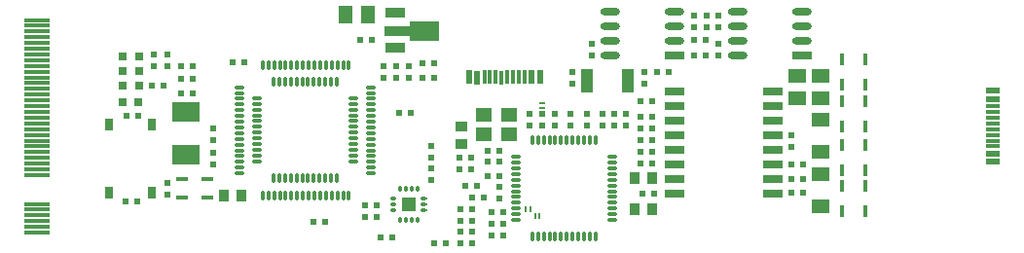
<source format=gtp>
G04*
G04 #@! TF.GenerationSoftware,Altium Limited,Altium Designer,18.1.7 (191)*
G04*
G04 Layer_Color=8421504*
%FSLAX44Y44*%
%MOMM*%
G71*
G01*
G75*
%ADD15R,0.6000X0.6000*%
%ADD16R,0.6000X0.6000*%
%ADD17R,1.1000X2.0000*%
%ADD18R,1.7000X0.6500*%
%ADD19O,1.7000X0.6500*%
%ADD20R,1.1500X0.6000*%
%ADD21R,1.1500X0.3000*%
%ADD22R,2.6000X1.7000*%
%ADD23R,1.7000X0.9000*%
%ADD24R,2.5000X0.9000*%
%ADD25R,0.4500X1.0000*%
%ADD26R,0.8000X0.8000*%
%ADD27R,1.0000X0.4500*%
%ADD28R,1.5000X1.2000*%
%ADD29R,0.9300X0.9800*%
%ADD30R,0.2000X0.6000*%
%ADD31R,0.2800X0.2800*%
%ADD32O,0.2800X0.6600*%
%ADD33O,0.6600X0.2800*%
%ADD34R,1.2500X1.2500*%
%ADD35R,1.3000X1.5000*%
%ADD36R,1.5000X1.3000*%
%ADD37R,2.2500X0.3500*%
%ADD38R,0.6000X1.1500*%
%ADD39R,0.3000X1.1500*%
%ADD40R,0.7000X1.1000*%
G04:AMPARAMS|DCode=41|XSize=0.3mm|YSize=0.8mm|CornerRadius=0.075mm|HoleSize=0mm|Usage=FLASHONLY|Rotation=180.000|XOffset=0mm|YOffset=0mm|HoleType=Round|Shape=RoundedRectangle|*
%AMROUNDEDRECTD41*
21,1,0.3000,0.6500,0,0,180.0*
21,1,0.1500,0.8000,0,0,180.0*
1,1,0.1500,-0.0750,0.3250*
1,1,0.1500,0.0750,0.3250*
1,1,0.1500,0.0750,-0.3250*
1,1,0.1500,-0.0750,-0.3250*
%
%ADD41ROUNDEDRECTD41*%
G04:AMPARAMS|DCode=42|XSize=0.3mm|YSize=0.8mm|CornerRadius=0.075mm|HoleSize=0mm|Usage=FLASHONLY|Rotation=90.000|XOffset=0mm|YOffset=0mm|HoleType=Round|Shape=RoundedRectangle|*
%AMROUNDEDRECTD42*
21,1,0.3000,0.6500,0,0,90.0*
21,1,0.1500,0.8000,0,0,90.0*
1,1,0.1500,0.3250,0.0750*
1,1,0.1500,0.3250,-0.0750*
1,1,0.1500,-0.3250,-0.0750*
1,1,0.1500,-0.3250,0.0750*
%
%ADD42ROUNDEDRECTD42*%
%ADD43R,2.4000X1.7000*%
%ADD44R,0.9800X0.9300*%
%ADD45R,0.6000X0.2000*%
%ADD46R,1.4000X1.2000*%
%ADD47R,1.6700X0.7600*%
D15*
X559080Y313000D02*
D03*
X548920D02*
D03*
X575920Y300000D02*
D03*
X586080D02*
D03*
X559080Y293000D02*
D03*
X548920D02*
D03*
X559080Y323000D02*
D03*
X548920D02*
D03*
X559080Y303000D02*
D03*
X548920D02*
D03*
X719920Y442000D02*
D03*
X730080D02*
D03*
X762920Y481000D02*
D03*
X773080D02*
D03*
X762920Y491000D02*
D03*
X773080D02*
D03*
X762080Y457000D02*
D03*
X751920D02*
D03*
X762080Y470000D02*
D03*
X751920D02*
D03*
X526080Y450000D02*
D03*
X515920D02*
D03*
X495920Y407000D02*
D03*
X506080D02*
D03*
X569080Y333000D02*
D03*
X558920D02*
D03*
X258420Y404000D02*
D03*
X268580D02*
D03*
X461920Y470000D02*
D03*
X472080D02*
D03*
X476080Y326000D02*
D03*
X465920D02*
D03*
X350920Y451000D02*
D03*
X361080D02*
D03*
X476080Y316000D02*
D03*
X465920D02*
D03*
X316080Y436000D02*
D03*
X305920D02*
D03*
Y424000D02*
D03*
X316080D02*
D03*
Y447000D02*
D03*
X305920D02*
D03*
X536080Y293000D02*
D03*
X525920D02*
D03*
X490080Y298000D02*
D03*
X479920D02*
D03*
X280920Y430000D02*
D03*
X291080D02*
D03*
X257920Y330000D02*
D03*
X268080D02*
D03*
X515920Y437000D02*
D03*
X526080D02*
D03*
X431080Y312000D02*
D03*
X420920D02*
D03*
X586080Y310000D02*
D03*
X575920D02*
D03*
X836920Y362000D02*
D03*
X847080D02*
D03*
X836920Y337000D02*
D03*
X847080D02*
D03*
X836920Y349000D02*
D03*
X847080D02*
D03*
X705920Y393000D02*
D03*
X716080D02*
D03*
X705920Y417000D02*
D03*
X716080D02*
D03*
X705920Y383000D02*
D03*
X716080D02*
D03*
X586080Y320000D02*
D03*
X575920D02*
D03*
X572920Y374000D02*
D03*
X583080D02*
D03*
X572920Y364000D02*
D03*
X583080D02*
D03*
X705920Y373000D02*
D03*
X716080D02*
D03*
X717080Y336000D02*
D03*
X706920D02*
D03*
X716080Y363000D02*
D03*
X705920D02*
D03*
X716080Y403000D02*
D03*
X705920D02*
D03*
X563080Y343000D02*
D03*
X552920D02*
D03*
X583080Y352000D02*
D03*
X572920D02*
D03*
D16*
X752000Y491080D02*
D03*
Y480920D02*
D03*
X709000Y442080D02*
D03*
Y431920D02*
D03*
X663000Y467080D02*
D03*
Y456920D02*
D03*
X773000D02*
D03*
Y467080D02*
D03*
X646000Y442080D02*
D03*
Y431920D02*
D03*
X294000Y335920D02*
D03*
Y346080D02*
D03*
X524000Y378080D02*
D03*
Y367920D02*
D03*
X334000Y361920D02*
D03*
Y372080D02*
D03*
X482000Y447080D02*
D03*
Y436920D02*
D03*
X548000Y357920D02*
D03*
Y368080D02*
D03*
X504000Y447080D02*
D03*
Y436920D02*
D03*
X294000Y446920D02*
D03*
Y457080D02*
D03*
X282000Y446920D02*
D03*
Y457080D02*
D03*
X493000Y447080D02*
D03*
Y436920D02*
D03*
X334000Y382920D02*
D03*
Y393080D02*
D03*
X524000Y347920D02*
D03*
Y358080D02*
D03*
X837000Y387080D02*
D03*
Y376920D02*
D03*
X583000Y331920D02*
D03*
Y342080D02*
D03*
X693000Y395920D02*
D03*
Y406080D02*
D03*
X558000Y357920D02*
D03*
Y368080D02*
D03*
X609000Y395920D02*
D03*
Y406080D02*
D03*
X620000Y395920D02*
D03*
Y406080D02*
D03*
X631000D02*
D03*
Y395920D02*
D03*
X645000D02*
D03*
Y406080D02*
D03*
X659000Y395920D02*
D03*
Y406080D02*
D03*
X673000Y396000D02*
D03*
Y406160D02*
D03*
X683000Y395920D02*
D03*
Y406080D02*
D03*
D17*
X695000Y435000D02*
D03*
X659000D02*
D03*
D18*
X846000Y456900D02*
D03*
X735000Y457000D02*
D03*
D19*
X846000Y469600D02*
D03*
Y482300D02*
D03*
Y495000D02*
D03*
X790000Y456900D02*
D03*
Y469600D02*
D03*
Y482300D02*
D03*
Y495000D02*
D03*
X735000Y469700D02*
D03*
Y482400D02*
D03*
Y495100D02*
D03*
X679000Y457000D02*
D03*
Y469700D02*
D03*
Y482400D02*
D03*
Y495100D02*
D03*
D20*
X1012030Y364000D02*
D03*
Y371500D02*
D03*
X1012000Y418500D02*
D03*
X1012030Y426000D02*
D03*
D21*
Y377500D02*
D03*
Y382500D02*
D03*
Y387500D02*
D03*
Y392500D02*
D03*
X1012000Y397500D02*
D03*
X1012030Y402500D02*
D03*
Y407500D02*
D03*
Y412500D02*
D03*
D22*
X518000Y478000D02*
D03*
D23*
X492000Y463000D02*
D03*
Y494000D02*
D03*
D24*
X496000Y478000D02*
D03*
D25*
X881000Y379000D02*
D03*
Y357000D02*
D03*
X901000Y379000D02*
D03*
Y357000D02*
D03*
Y343000D02*
D03*
Y321000D02*
D03*
X881000Y343000D02*
D03*
Y321000D02*
D03*
X901000Y431000D02*
D03*
Y453000D02*
D03*
X881000Y431000D02*
D03*
Y453000D02*
D03*
X901000Y395000D02*
D03*
Y417000D02*
D03*
X881000Y395000D02*
D03*
Y417000D02*
D03*
D26*
X269000Y416000D02*
D03*
X255000D02*
D03*
X269300Y430000D02*
D03*
X255300D02*
D03*
X269300Y443000D02*
D03*
X255300D02*
D03*
X269300Y456000D02*
D03*
X255300D02*
D03*
D27*
X306500Y349500D02*
D03*
X328500D02*
D03*
X306500Y333000D02*
D03*
X328500D02*
D03*
D28*
X862000Y400954D02*
D03*
Y373046D02*
D03*
Y325046D02*
D03*
Y352954D02*
D03*
D29*
X700300Y350000D02*
D03*
X715700D02*
D03*
X700300Y323000D02*
D03*
X715700D02*
D03*
X343300Y335000D02*
D03*
X358700D02*
D03*
D30*
X610000Y323000D02*
D03*
X606000D02*
D03*
X618000Y317000D02*
D03*
X614000D02*
D03*
D31*
X496500Y342150D02*
D03*
X501500D02*
D03*
X506500D02*
D03*
X511500D02*
D03*
X519150Y332214D02*
D03*
Y327214D02*
D03*
Y322214D02*
D03*
X511500Y311850D02*
D03*
X506500D02*
D03*
X501500D02*
D03*
X496500D02*
D03*
X488850Y321960D02*
D03*
Y326960D02*
D03*
Y331960D02*
D03*
D32*
X496500Y340250D02*
D03*
X501500D02*
D03*
X506500D02*
D03*
X511500D02*
D03*
Y313750D02*
D03*
X506500D02*
D03*
X501500D02*
D03*
X496500D02*
D03*
D33*
X517250Y332214D02*
D03*
Y327214D02*
D03*
Y322214D02*
D03*
X490750Y321960D02*
D03*
Y326960D02*
D03*
Y331960D02*
D03*
D34*
X504000Y327000D02*
D03*
D35*
X449500Y492000D02*
D03*
X468500D02*
D03*
D36*
X842000Y438500D02*
D03*
Y419500D02*
D03*
X862000Y438500D02*
D03*
Y419500D02*
D03*
D37*
X181000Y457500D02*
D03*
Y452500D02*
D03*
Y447500D02*
D03*
Y442500D02*
D03*
Y302500D02*
D03*
Y307500D02*
D03*
Y312500D02*
D03*
Y317500D02*
D03*
Y322500D02*
D03*
Y327500D02*
D03*
Y352500D02*
D03*
Y357500D02*
D03*
Y362500D02*
D03*
Y367500D02*
D03*
Y372500D02*
D03*
Y377500D02*
D03*
Y382500D02*
D03*
Y387500D02*
D03*
Y392500D02*
D03*
Y397500D02*
D03*
Y402500D02*
D03*
Y407500D02*
D03*
Y412500D02*
D03*
Y417500D02*
D03*
Y422500D02*
D03*
Y427500D02*
D03*
Y432500D02*
D03*
Y437500D02*
D03*
Y462500D02*
D03*
Y487500D02*
D03*
Y482500D02*
D03*
Y477500D02*
D03*
Y472500D02*
D03*
Y467500D02*
D03*
D38*
X618300Y437600D02*
D03*
X610800D02*
D03*
X563800Y437570D02*
D03*
X556300Y437600D02*
D03*
D39*
X604800D02*
D03*
X599800D02*
D03*
X594800D02*
D03*
X589800D02*
D03*
X584800Y437570D02*
D03*
X579800Y437600D02*
D03*
X574800D02*
D03*
X569800D02*
D03*
D40*
X280500Y337500D02*
D03*
Y396500D02*
D03*
X243500D02*
D03*
Y337500D02*
D03*
D41*
X452000Y448500D02*
D03*
X447000D02*
D03*
X442000D02*
D03*
X437000D02*
D03*
X432000D02*
D03*
X427000D02*
D03*
X422000D02*
D03*
X417000D02*
D03*
X412000D02*
D03*
X407000D02*
D03*
X402000D02*
D03*
X397000D02*
D03*
X392000D02*
D03*
X387000D02*
D03*
X382000D02*
D03*
X377000D02*
D03*
X452000Y334500D02*
D03*
X447000D02*
D03*
X442000D02*
D03*
X437000D02*
D03*
X432000D02*
D03*
X427000D02*
D03*
X422000D02*
D03*
X417000D02*
D03*
X412000D02*
D03*
X407000D02*
D03*
X402000D02*
D03*
X397000D02*
D03*
X392000D02*
D03*
X387000D02*
D03*
X382000D02*
D03*
X377000D02*
D03*
X386500Y350250D02*
D03*
X391500D02*
D03*
X396500D02*
D03*
X401500D02*
D03*
X406500D02*
D03*
X411500D02*
D03*
X416500D02*
D03*
X421500D02*
D03*
X426500D02*
D03*
X431500D02*
D03*
X436500D02*
D03*
X441500D02*
D03*
X386500Y433750D02*
D03*
X391500D02*
D03*
X396500D02*
D03*
X401500D02*
D03*
X406500D02*
D03*
X411500D02*
D03*
X416500D02*
D03*
X421500D02*
D03*
X426500D02*
D03*
X431500D02*
D03*
X436500D02*
D03*
X441500D02*
D03*
X666500Y382750D02*
D03*
X661500D02*
D03*
X656500D02*
D03*
X651500D02*
D03*
X646500D02*
D03*
X641500D02*
D03*
X636500D02*
D03*
X631500D02*
D03*
X626500D02*
D03*
X621500D02*
D03*
X616500D02*
D03*
X611500D02*
D03*
X666500Y299250D02*
D03*
X661500D02*
D03*
X656500D02*
D03*
X651500D02*
D03*
X646500D02*
D03*
X641500D02*
D03*
X636500D02*
D03*
X631500D02*
D03*
X626500D02*
D03*
X621500D02*
D03*
X616500D02*
D03*
X611500D02*
D03*
D42*
X471500Y354000D02*
D03*
Y359000D02*
D03*
Y364000D02*
D03*
Y369000D02*
D03*
Y374000D02*
D03*
Y379000D02*
D03*
Y384000D02*
D03*
Y389000D02*
D03*
Y394000D02*
D03*
Y399000D02*
D03*
Y404000D02*
D03*
Y409000D02*
D03*
Y414000D02*
D03*
Y419000D02*
D03*
Y424000D02*
D03*
Y429000D02*
D03*
X357080Y354000D02*
D03*
Y359000D02*
D03*
Y364000D02*
D03*
Y369000D02*
D03*
Y374000D02*
D03*
Y379000D02*
D03*
Y384000D02*
D03*
Y389000D02*
D03*
Y394000D02*
D03*
Y399000D02*
D03*
Y404000D02*
D03*
Y409000D02*
D03*
Y414000D02*
D03*
Y419000D02*
D03*
Y424000D02*
D03*
Y429000D02*
D03*
X372250Y419500D02*
D03*
X372250Y414500D02*
D03*
X372250Y409500D02*
D03*
X372250Y404500D02*
D03*
Y399500D02*
D03*
Y394500D02*
D03*
Y389500D02*
D03*
Y384500D02*
D03*
X372250Y379500D02*
D03*
X372250Y374500D02*
D03*
Y369500D02*
D03*
Y364500D02*
D03*
X455750Y419500D02*
D03*
Y414500D02*
D03*
Y409500D02*
D03*
Y404500D02*
D03*
Y399500D02*
D03*
Y394500D02*
D03*
Y389500D02*
D03*
Y384500D02*
D03*
Y379500D02*
D03*
Y374500D02*
D03*
Y369500D02*
D03*
Y364500D02*
D03*
X680750Y313500D02*
D03*
X680750Y318500D02*
D03*
X680750Y323500D02*
D03*
X680750Y328500D02*
D03*
Y333500D02*
D03*
Y338500D02*
D03*
Y343500D02*
D03*
Y348500D02*
D03*
X680750Y353500D02*
D03*
X680750Y358500D02*
D03*
Y363500D02*
D03*
Y368500D02*
D03*
X597250Y313500D02*
D03*
Y318500D02*
D03*
Y323500D02*
D03*
Y328500D02*
D03*
Y333500D02*
D03*
Y338500D02*
D03*
Y343500D02*
D03*
Y348500D02*
D03*
Y353500D02*
D03*
Y358500D02*
D03*
Y363500D02*
D03*
Y368500D02*
D03*
D43*
X310600Y407500D02*
D03*
Y370500D02*
D03*
D44*
X550000Y394700D02*
D03*
Y379300D02*
D03*
D45*
X620000Y411000D02*
D03*
Y415000D02*
D03*
D46*
X591000Y388000D02*
D03*
Y405000D02*
D03*
X569000D02*
D03*
Y388000D02*
D03*
D47*
X735350Y425450D02*
D03*
Y412750D02*
D03*
Y400050D02*
D03*
Y387350D02*
D03*
Y374650D02*
D03*
Y361950D02*
D03*
Y349250D02*
D03*
Y336550D02*
D03*
X820650D02*
D03*
Y349250D02*
D03*
Y361950D02*
D03*
Y374650D02*
D03*
Y387350D02*
D03*
Y400050D02*
D03*
Y412750D02*
D03*
Y425450D02*
D03*
M02*

</source>
